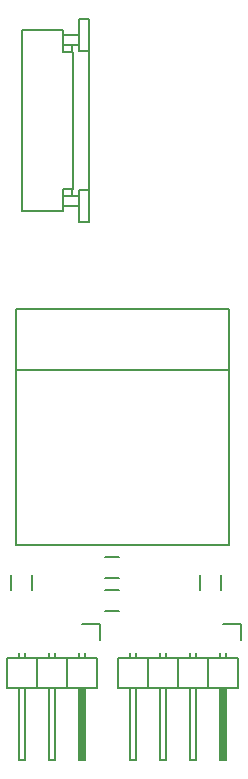
<source format=gto>
G04 #@! TF.FileFunction,Legend,Top*
%FSLAX46Y46*%
G04 Gerber Fmt 4.6, Leading zero omitted, Abs format (unit mm)*
G04 Created by KiCad (PCBNEW 4.0.2-stable) date 2016/07/18 1:21:03*
%MOMM*%
G01*
G04 APERTURE LIST*
%ADD10C,0.100000*%
%ADD11C,0.150000*%
G04 APERTURE END LIST*
D10*
D11*
X139954000Y-76758800D02*
X143459200Y-76758800D01*
X143459200Y-76758800D02*
X143459200Y-74853800D01*
X143459200Y-74853800D02*
X144272000Y-74853800D01*
X144272000Y-74853800D02*
X144272000Y-63322200D01*
X144272000Y-63322200D02*
X143459200Y-63322200D01*
X143459200Y-63322200D02*
X143459200Y-61417200D01*
X143459200Y-61417200D02*
X139954000Y-61417200D01*
X143459200Y-61874400D02*
X144830800Y-61874400D01*
X144170400Y-63322200D02*
X144170400Y-62687200D01*
X143459200Y-62687200D02*
X144830800Y-62687200D01*
X144170400Y-74853800D02*
X144170400Y-75488800D01*
X143459200Y-76301600D02*
X144830800Y-76301600D01*
X143459200Y-75488800D02*
X144830800Y-75488800D01*
X145643600Y-77647800D02*
X144830800Y-77647800D01*
X144830800Y-77647800D02*
X144830800Y-75006200D01*
X144830800Y-75006200D02*
X145643600Y-75006200D01*
X145643600Y-77647800D02*
X145643600Y-60528200D01*
X145643600Y-60528200D02*
X144830800Y-60528200D01*
X144830800Y-60528200D02*
X144830800Y-63169800D01*
X144830800Y-63169800D02*
X145643600Y-63169800D01*
X139954000Y-76758800D02*
X139954000Y-61417200D01*
X158522000Y-111730000D02*
X156972000Y-111730000D01*
X158522000Y-113030000D02*
X158522000Y-111730000D01*
X157099000Y-117221000D02*
X157099000Y-123063000D01*
X157099000Y-123063000D02*
X156845000Y-123063000D01*
X156845000Y-123063000D02*
X156845000Y-117221000D01*
X156845000Y-117221000D02*
X156972000Y-117221000D01*
X156972000Y-117221000D02*
X156972000Y-123063000D01*
X157226000Y-114554000D02*
X157226000Y-114173000D01*
X156718000Y-114554000D02*
X156718000Y-114173000D01*
X154686000Y-114554000D02*
X154686000Y-114173000D01*
X154178000Y-114554000D02*
X154178000Y-114173000D01*
X152146000Y-114554000D02*
X152146000Y-114173000D01*
X151638000Y-114554000D02*
X151638000Y-114173000D01*
X149098000Y-114554000D02*
X149098000Y-114173000D01*
X149606000Y-114554000D02*
X149606000Y-114173000D01*
X158242000Y-114554000D02*
X158242000Y-117094000D01*
X155702000Y-114554000D02*
X155702000Y-117094000D01*
X155702000Y-114554000D02*
X153162000Y-114554000D01*
X153162000Y-114554000D02*
X153162000Y-117094000D01*
X154686000Y-117094000D02*
X154686000Y-123190000D01*
X154686000Y-123190000D02*
X154178000Y-123190000D01*
X154178000Y-123190000D02*
X154178000Y-117094000D01*
X153162000Y-117094000D02*
X155702000Y-117094000D01*
X155702000Y-117094000D02*
X158242000Y-117094000D01*
X156718000Y-123190000D02*
X156718000Y-117094000D01*
X157226000Y-123190000D02*
X156718000Y-123190000D01*
X157226000Y-117094000D02*
X157226000Y-123190000D01*
X155702000Y-114554000D02*
X155702000Y-117094000D01*
X158242000Y-114554000D02*
X155702000Y-114554000D01*
X150622000Y-114554000D02*
X150622000Y-117094000D01*
X150622000Y-114554000D02*
X148082000Y-114554000D01*
X148082000Y-114554000D02*
X148082000Y-117094000D01*
X149606000Y-117094000D02*
X149606000Y-123190000D01*
X149606000Y-123190000D02*
X149098000Y-123190000D01*
X149098000Y-123190000D02*
X149098000Y-117094000D01*
X148082000Y-117094000D02*
X150622000Y-117094000D01*
X150622000Y-117094000D02*
X153162000Y-117094000D01*
X151638000Y-123190000D02*
X151638000Y-117094000D01*
X152146000Y-123190000D02*
X151638000Y-123190000D01*
X152146000Y-117094000D02*
X152146000Y-123190000D01*
X150622000Y-114554000D02*
X150622000Y-117094000D01*
X153162000Y-114554000D02*
X150622000Y-114554000D01*
X153162000Y-114554000D02*
X153162000Y-117094000D01*
X140829000Y-107604000D02*
X140829000Y-108804000D01*
X139079000Y-108804000D02*
X139079000Y-107604000D01*
X146974000Y-106059000D02*
X148174000Y-106059000D01*
X148174000Y-107809000D02*
X146974000Y-107809000D01*
X146974000Y-108853000D02*
X148174000Y-108853000D01*
X148174000Y-110603000D02*
X146974000Y-110603000D01*
X155081000Y-108804000D02*
X155081000Y-107604000D01*
X156831000Y-107604000D02*
X156831000Y-108804000D01*
X139501100Y-90203600D02*
X157501100Y-90203600D01*
X139501100Y-105003600D02*
X157501100Y-105003600D01*
X157501100Y-105003600D02*
X157501100Y-85003600D01*
X157501100Y-85003600D02*
X139501100Y-85003600D01*
X139501100Y-85003600D02*
X139501100Y-105003600D01*
X146584000Y-111730000D02*
X145034000Y-111730000D01*
X146584000Y-113030000D02*
X146584000Y-111730000D01*
X145161000Y-117221000D02*
X145161000Y-123063000D01*
X145161000Y-123063000D02*
X144907000Y-123063000D01*
X144907000Y-123063000D02*
X144907000Y-117221000D01*
X144907000Y-117221000D02*
X145034000Y-117221000D01*
X145034000Y-117221000D02*
X145034000Y-123063000D01*
X145288000Y-114554000D02*
X145288000Y-114173000D01*
X144780000Y-114554000D02*
X144780000Y-114173000D01*
X142748000Y-114554000D02*
X142748000Y-114173000D01*
X142240000Y-114554000D02*
X142240000Y-114173000D01*
X140208000Y-114554000D02*
X140208000Y-114173000D01*
X139700000Y-114554000D02*
X139700000Y-114173000D01*
X143764000Y-117094000D02*
X146304000Y-117094000D01*
X144780000Y-123190000D02*
X144780000Y-117094000D01*
X145288000Y-123190000D02*
X144780000Y-123190000D01*
X145288000Y-117094000D02*
X145288000Y-123190000D01*
X143764000Y-114554000D02*
X143764000Y-117094000D01*
X146304000Y-114554000D02*
X143764000Y-114554000D01*
X146304000Y-114554000D02*
X146304000Y-117094000D01*
X141224000Y-114554000D02*
X141224000Y-117094000D01*
X141224000Y-114554000D02*
X138684000Y-114554000D01*
X140208000Y-117094000D02*
X140208000Y-123190000D01*
X140208000Y-123190000D02*
X139700000Y-123190000D01*
X139700000Y-123190000D02*
X139700000Y-117094000D01*
X138684000Y-117094000D02*
X141224000Y-117094000D01*
X141224000Y-117094000D02*
X143764000Y-117094000D01*
X142240000Y-123190000D02*
X142240000Y-117094000D01*
X142748000Y-123190000D02*
X142240000Y-123190000D01*
X142748000Y-117094000D02*
X142748000Y-123190000D01*
X141224000Y-114554000D02*
X141224000Y-117094000D01*
X143764000Y-114554000D02*
X141224000Y-114554000D01*
X143764000Y-114554000D02*
X143764000Y-117094000D01*
X138684000Y-114554000D02*
X138684000Y-117094000D01*
M02*

</source>
